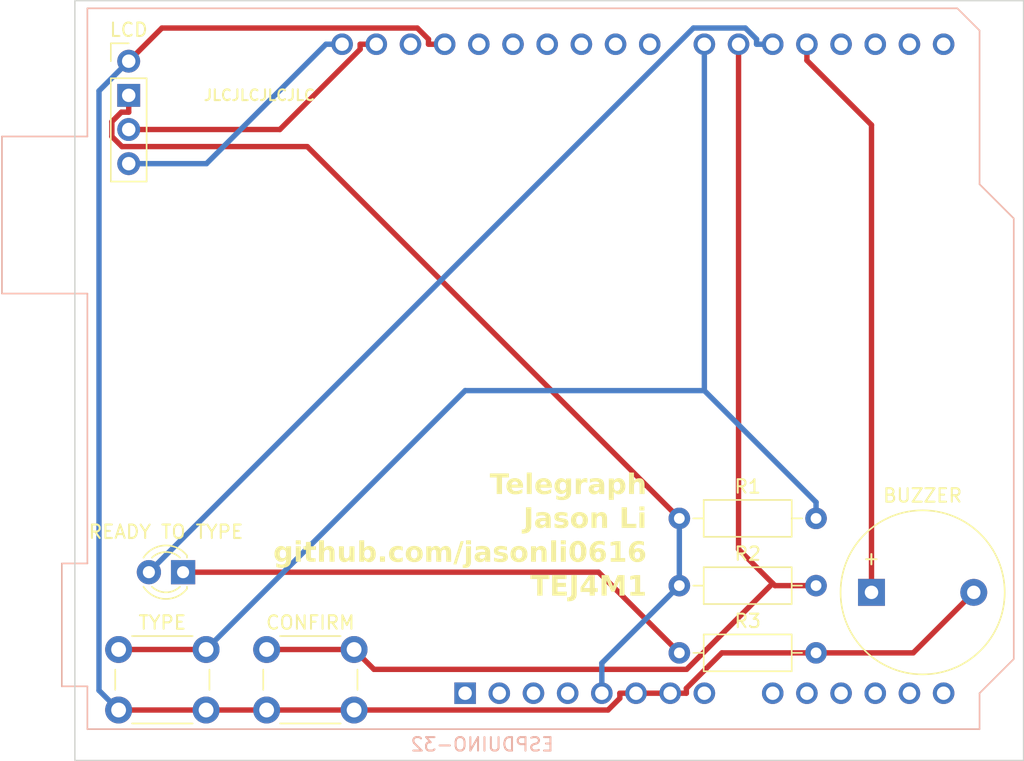
<source format=kicad_pcb>
(kicad_pcb (version 20221018) (generator pcbnew)
  (layers (0 "F.Cu" mixed) (31 "B.Cu" mixed) (34 "B.Paste" user) (35 "F.Paste" user) (36 "B.SilkS" user "B.Silkscreen") (37 "F.SilkS" user "F.Silkscreen") (38 "B.Mask" user) (39 "F.Mask" user) (44 "Edge.Cuts" user))
  (net 0 "")
  (net 5 "VCC")
  (net 6 "GND")
  (net 18 "Net-(A1-IO17)")
  (net 19 "Net-(A1-IO16)")
  (net 27 "Net-(A1-SDA)")
  (net 28 "Net-(A1-SCL)")
  (net 29 "Net-(D1-K)")
  (net 30 "Net-(A1-IO27)")
  (net 31 "Net-(A1-IO14)")
  (footprint "Resistor_THT:R_Axial_DIN0207_L6.3mm_D2.5mm_P10.16mm_Horizontal" (layer "F.Cu") (at 149.42 113)
    (fp_text reference "R3" (at 5.08 -2.37) (layer "F.SilkS"))
    (fp_text value "470")
    (fp_line (start 1.04 0) (end 1.81 0) (stroke (width 0.12)) (layer "F.SilkS"))
    (fp_line (start 1.81 -1.37) (end 1.81 1.37) (stroke (width 0.12)) (layer "F.SilkS"))
    (fp_line (start 1.81 1.37) (end 8.35 1.37) (stroke (width 0.12)) (layer "F.SilkS"))
    (fp_line (start 8.35 -1.37) (end 1.81 -1.37) (stroke (width 0.12)) (layer "F.SilkS"))
    (fp_line (start 8.35 1.37) (end 8.35 -1.37) (stroke (width 0.12)) (layer "F.SilkS"))
    (fp_line (start 9.12 0) (end 8.35 0) (stroke (width 0.12)) (layer "F.SilkS"))
    (pad "1" thru_hole circle (at 0 0) (size 1.6 1.6) (drill 0.8) (layers "*.Cu" "*.Mask") (net 29 "Net-(D1-K)"))
    (pad "2" thru_hole oval (at 10.16 0) (size 1.6 1.6) (drill 0.8) (layers "*.Cu" "*.Mask") (net 6 "GND"))
  )
  (footprint "Connector_PinHeader_2.54mm:PinHeader_1x04_P2.54mm_Vertical" (layer "F.Cu") (at 108.5 69)
    (fp_text reference "LCD" (at 0 -2.33) (layer "F.SilkS"))
    (fp_text value "PCF8574")
    (fp_line (start -1.33 -1.33) (end 0 -1.33) (stroke (width 0.12)) (layer "F.SilkS"))
    (fp_line (start -1.33 0) (end -1.33 -1.33) (stroke (width 0.12)) (layer "F.SilkS"))
    (fp_line (start -1.33 1.27) (end -1.33 8.95) (stroke (width 0.12)) (layer "F.SilkS"))
    (fp_line (start -1.33 1.27) (end 1.33 1.27) (stroke (width 0.12)) (layer "F.SilkS"))
    (fp_line (start -1.33 8.95) (end 1.33 8.95) (stroke (width 0.12)) (layer "F.SilkS"))
    (fp_line (start 1.33 1.27) (end 1.33 8.95) (stroke (width 0.12)) (layer "F.SilkS"))
    (pad "1" thru_hole circle (at 0 0) (size 1.7 1.7) (drill 1) (layers "*.Cu" "*.Mask") (net 6 "GND"))
    (pad "2" thru_hole rect (at 0 2.54) (size 1.7 1.7) (drill 1) (layers "*.Cu" "*.Mask") (net 5 "VCC"))
    (pad "3" thru_hole oval (at 0 5.08) (size 1.7 1.7) (drill 1) (layers "*.Cu" "*.Mask") (net 27 "Net-(A1-SDA)"))
    (pad "4" thru_hole oval (at 0 7.62) (size 1.7 1.7) (drill 1) (layers "*.Cu" "*.Mask") (net 28 "Net-(A1-SCL)"))
  )
  (footprint "Buzzer_Beeper:Buzzer_12x9.5RM7.6" (layer "F.Cu") (at 163.7 108.5)
    (fp_text reference "BUZZER" (at 3.8 -7.2) (layer "F.SilkS"))
    (fp_text value "Buzzer")
    (fp_text user "+" (at -0.01 -2.54) (layer "F.SilkS"))
    (fp_circle (center 3.8 0) (end 9.9 0) (stroke (width 0.12)) (fill none) (layer "F.SilkS"))
    (pad "1" thru_hole rect (at 0 0) (size 2 2) (drill 1) (layers "*.Cu" "*.Mask") (net 18 "Net-(A1-IO17)"))
    (pad "2" thru_hole circle (at 7.6 0) (size 2 2) (drill 1) (layers "*.Cu" "*.Mask") (net 6 "GND"))
  )
  (footprint "Resistor_THT:R_Axial_DIN0207_L6.3mm_D2.5mm_P10.16mm_Horizontal" (layer "F.Cu") (at 149.42 103)
    (fp_text reference "R1" (at 5.08 -2.37) (layer "F.SilkS"))
    (fp_text value "10K")
    (fp_line (start 1.04 0) (end 1.81 0) (stroke (width 0.12)) (layer "F.SilkS"))
    (fp_line (start 1.81 -1.37) (end 1.81 1.37) (stroke (width 0.12)) (layer "F.SilkS"))
    (fp_line (start 1.81 1.37) (end 8.35 1.37) (stroke (width 0.12)) (layer "F.SilkS"))
    (fp_line (start 8.35 -1.37) (end 1.81 -1.37) (stroke (width 0.12)) (layer "F.SilkS"))
    (fp_line (start 8.35 1.37) (end 8.35 -1.37) (stroke (width 0.12)) (layer "F.SilkS"))
    (fp_line (start 9.12 0) (end 8.35 0) (stroke (width 0.12)) (layer "F.SilkS"))
    (pad "1" thru_hole circle (at 0 0) (size 1.6 1.6) (drill 0.8) (layers "*.Cu" "*.Mask") (net 5 "VCC"))
    (pad "2" thru_hole oval (at 10.16 0) (size 1.6 1.6) (drill 0.8) (layers "*.Cu" "*.Mask") (net 31 "Net-(A1-IO14)"))
  )
  (footprint "Resistor_THT:R_Axial_DIN0207_L6.3mm_D2.5mm_P10.16mm_Horizontal" (layer "F.Cu") (at 149.42 108)
    (fp_text reference "R2" (at 5.08 -2.37) (layer "F.SilkS"))
    (fp_text value "10K")
    (fp_line (start 1.04 0) (end 1.81 0) (stroke (width 0.12)) (layer "F.SilkS"))
    (fp_line (start 1.81 -1.37) (end 1.81 1.37) (stroke (width 0.12)) (layer "F.SilkS"))
    (fp_line (start 1.81 1.37) (end 8.35 1.37) (stroke (width 0.12)) (layer "F.SilkS"))
    (fp_line (start 8.35 -1.37) (end 1.81 -1.37) (stroke (width 0.12)) (layer "F.SilkS"))
    (fp_line (start 8.35 1.37) (end 8.35 -1.37) (stroke (width 0.12)) (layer "F.SilkS"))
    (fp_line (start 9.12 0) (end 8.35 0) (stroke (width 0.12)) (layer "F.SilkS"))
    (pad "1" thru_hole circle (at 0 0) (size 1.6 1.6) (drill 0.8) (layers "*.Cu" "*.Mask") (net 5 "VCC"))
    (pad "2" thru_hole oval (at 10.16 0) (size 1.6 1.6) (drill 0.8) (layers "*.Cu" "*.Mask") (net 30 "Net-(A1-IO27)"))
  )
  (footprint "Button_Switch_THT:SW_PUSH_6mm" (layer "F.Cu") (at 118.75 112.75)
    (fp_text reference "CONFIRM" (at 3.25 -2) (layer "F.SilkS"))
    (fp_text value "SW_Push")
    (fp_line (start -0.25 1.5) (end -0.25 3) (stroke (width 0.12)) (layer "F.SilkS"))
    (fp_line (start 1 5.5) (end 5.5 5.5) (stroke (width 0.12)) (layer "F.SilkS"))
    (fp_line (start 5.5 -1) (end 1 -1) (stroke (width 0.12)) (layer "F.SilkS"))
    (fp_line (start 6.75 3) (end 6.75 1.5) (stroke (width 0.12)) (layer "F.SilkS"))
    (pad "1" thru_hole circle (at 0 0 90) (size 2 2) (drill 1.1) (layers "*.Cu" "*.Mask") (net 30 "Net-(A1-IO27)"))
    (pad "1" thru_hole circle (at 6.5 0 90) (size 2 2) (drill 1.1) (layers "*.Cu" "*.Mask") (net 30 "Net-(A1-IO27)"))
    (pad "2" thru_hole circle (at 0 4.5 90) (size 2 2) (drill 1.1) (layers "*.Cu" "*.Mask") (net 6 "GND"))
    (pad "2" thru_hole circle (at 6.5 4.5 90) (size 2 2) (drill 1.1) (layers "*.Cu" "*.Mask") (net 6 "GND"))
  )
  (footprint "LED_THT:LED_D3.0mm" (layer "F.Cu") (at 112.54 107 180)
    (fp_text reference "READY TO TYPE" (at 1.27 3) (layer "F.SilkS"))
    (fp_text value "LED")
    (fp_line (start -0.29 -1.236) (end -0.29 -1.08) (stroke (width 0.12)) (layer "F.SilkS"))
    (fp_line (start -0.29 1.08) (end -0.29 1.236) (stroke (width 0.12)) (layer "F.SilkS"))
    (fp_arc (start -0.29 -1.235516) (mid 1.366487 -1.987659) (end 2.942335 -1.078608) (stroke (width 0.12)) (layer "F.SilkS"))
    (fp_arc (start 0.229039 -1.08) (mid 1.270117 -1.5) (end 2.31113 -1.079837) (stroke (width 0.12)) (layer "F.SilkS"))
    (fp_arc (start 2.31113 1.079837) (mid 1.270117 1.5) (end 0.229039 1.08) (stroke (width 0.12)) (layer "F.SilkS"))
    (fp_arc (start 2.942335 1.078608) (mid 1.366487 1.987659) (end -0.29 1.235516) (stroke (width 0.12)) (layer "F.SilkS"))
    (pad "1" thru_hole rect (at 0 0 180) (size 1.8 1.8) (drill 0.9) (layers "*.Cu" "*.Mask") (net 29 "Net-(D1-K)"))
    (pad "2" thru_hole circle (at 2.54 0 180) (size 1.8 1.8) (drill 0.9) (layers "*.Cu" "*.Mask") (net 19 "Net-(A1-IO16)"))
  )
  (footprint "Button_Switch_THT:SW_PUSH_6mm" (layer "F.Cu") (at 107.75 112.75)
    (fp_text reference "TYPE" (at 3.25 -2) (layer "F.SilkS"))
    (fp_text value "SW_Push")
    (fp_line (start -0.25 1.5) (end -0.25 3) (stroke (width 0.12)) (layer "F.SilkS"))
    (fp_line (start 1 5.5) (end 5.5 5.5) (stroke (width 0.12)) (layer "F.SilkS"))
    (fp_line (start 5.5 -1) (end 1 -1) (stroke (width 0.12)) (layer "F.SilkS"))
    (fp_line (start 6.75 3) (end 6.75 1.5) (stroke (width 0.12)) (layer "F.SilkS"))
    (pad "1" thru_hole circle (at 0 0 90) (size 2 2) (drill 1.1) (layers "*.Cu" "*.Mask") (net 31 "Net-(A1-IO14)"))
    (pad "1" thru_hole circle (at 6.5 0 90) (size 2 2) (drill 1.1) (layers "*.Cu" "*.Mask") (net 31 "Net-(A1-IO14)"))
    (pad "2" thru_hole circle (at 0 4.5 90) (size 2 2) (drill 1.1) (layers "*.Cu" "*.Mask") (net 6 "GND"))
    (pad "2" thru_hole circle (at 6.5 4.5 90) (size 2 2) (drill 1.1) (layers "*.Cu" "*.Mask") (net 6 "GND"))
  )
  (footprint "WeMosD1R32:ESPDUINO-32" (layer "B.Cu") (at 133.5 116)
    (fp_text reference "ESPDUINO-32" (at 1.27 3.81 180) (layer "B.SilkS") (effects (justify mirror)))
    (fp_text value "ESPDUINO-32")
    (fp_line (start -34.42 -41.4) (end -28.07 -41.4) (stroke (width 0.12)) (layer "B.SilkS"))
    (fp_line (start -34.42 -29.72) (end -34.42 -41.4) (stroke (width 0.12)) (layer "B.SilkS"))
    (fp_line (start -29.97 -9.65) (end -28.07 -9.65) (stroke (width 0.12)) (layer "B.SilkS"))
    (fp_line (start -29.97 -0.51) (end -29.97 -9.65) (stroke (width 0.12)) (layer "B.SilkS"))
    (fp_line (start -28.07 -50.93) (end 36.58 -50.93) (stroke (width 0.12)) (layer "B.SilkS"))
    (fp_line (start -28.07 -41.4) (end -28.07 -50.93) (stroke (width 0.12)) (layer "B.SilkS"))
    (fp_line (start -28.07 -29.72) (end -34.42 -29.72) (stroke (width 0.12)) (layer "B.SilkS"))
    (fp_line (start -28.07 -9.65) (end -28.07 -29.72) (stroke (width 0.12)) (layer "B.SilkS"))
    (fp_line (start -28.07 -0.51) (end -29.97 -0.51) (stroke (width 0.12)) (layer "B.SilkS"))
    (fp_line (start -28.07 2.67) (end -28.07 -0.51) (stroke (width 0.12)) (layer "B.SilkS"))
    (fp_line (start 36.58 -50.93) (end 38.23 -49.28) (stroke (width 0.12)) (layer "B.SilkS"))
    (fp_line (start 38.23 -49.28) (end 38.23 -37.85) (stroke (width 0.12)) (layer "B.SilkS"))
    (fp_line (start 38.23 -37.85) (end 40.77 -35.31) (stroke (width 0.12)) (layer "B.SilkS"))
    (fp_line (start 38.23 0) (end 38.23 2.67) (stroke (width 0.12)) (layer "B.SilkS"))
    (fp_line (start 38.23 2.67) (end -28.07 2.67) (stroke (width 0.12)) (layer "B.SilkS"))
    (fp_line (start 40.77 -35.31) (end 40.77 -2.54) (stroke (width 0.12)) (layer "B.SilkS"))
    (fp_line (start 40.77 -2.54) (end 38.23 0) (stroke (width 0.12)) (layer "B.SilkS"))
    (pad "1" thru_hole rect (at 0 0 270) (size 1.6 1.6) (drill 1) (layers "*.Cu" "*.Mask"))
    (pad "2" thru_hole oval (at 2.54 0 270) (size 1.6 1.6) (drill 1) (layers "*.Cu" "*.Mask"))
    (pad "3" thru_hole oval (at 5.08 0 270) (size 1.6 1.6) (drill 1) (layers "*.Cu" "*.Mask"))
    (pad "4" thru_hole oval (at 7.62 0 270) (size 1.6 1.6) (drill 1) (layers "*.Cu" "*.Mask"))
    (pad "5" thru_hole oval (at 10.16 0 270) (size 1.6 1.6) (drill 1) (layers "*.Cu" "*.Mask") (net 5 "VCC"))
    (pad "6" thru_hole oval (at 12.7 0 270) (size 1.6 1.6) (drill 1) (layers "*.Cu" "*.Mask") (net 6 "GND"))
    (pad "7" thru_hole oval (at 15.24 0 270) (size 1.6 1.6) (drill 1) (layers "*.Cu" "*.Mask") (net 6 "GND"))
    (pad "8" thru_hole oval (at 17.78 0 270) (size 1.6 1.6) (drill 1) (layers "*.Cu" "*.Mask"))
    (pad "9" thru_hole oval (at 22.86 0 270) (size 1.6 1.6) (drill 1) (layers "*.Cu" "*.Mask"))
    (pad "10" thru_hole oval (at 25.4 0 270) (size 1.6 1.6) (drill 1) (layers "*.Cu" "*.Mask"))
    (pad "11" thru_hole oval (at 27.94 0 270) (size 1.6 1.6) (drill 1) (layers "*.Cu" "*.Mask"))
    (pad "12" thru_hole oval (at 30.48 0 270) (size 1.6 1.6) (drill 1) (layers "*.Cu" "*.Mask"))
    (pad "13" thru_hole oval (at 33.02 0 270) (size 1.6 1.6) (drill 1) (layers "*.Cu" "*.Mask"))
    (pad "14" thru_hole oval (at 35.56 0 270) (size 1.6 1.6) (drill 1) (layers "*.Cu" "*.Mask"))
    (pad "15" thru_hole oval (at 35.56 -48.26 270) (size 1.6 1.6) (drill 1) (layers "*.Cu" "*.Mask"))
    (pad "16" thru_hole oval (at 33.02 -48.26 270) (size 1.6 1.6) (drill 1) (layers "*.Cu" "*.Mask"))
    (pad "17" thru_hole oval (at 30.48 -48.26 270) (size 1.6 1.6) (drill 1) (layers "*.Cu" "*.Mask"))
    (pad "18" thru_hole oval (at 27.94 -48.26 270) (size 1.6 1.6) (drill 1) (layers "*.Cu" "*.Mask"))
    (pad "19" thru_hole oval (at 25.4 -48.26 270) (size 1.6 1.6) (drill 1) (layers "*.Cu" "*.Mask") (net 18 "Net-(A1-IO17)"))
    (pad "20" thru_hole oval (at 22.86 -48.26 270) (size 1.6 1.6) (drill 1) (layers "*.Cu" "*.Mask") (net 19 "Net-(A1-IO16)"))
    (pad "21" thru_hole oval (at 20.32 -48.26 270) (size 1.6 1.6) (drill 1) (layers "*.Cu" "*.Mask") (net 30 "Net-(A1-IO27)"))
    (pad "22" thru_hole oval (at 17.78 -48.26 270) (size 1.6 1.6) (drill 1) (layers "*.Cu" "*.Mask") (net 31 "Net-(A1-IO14)"))
    (pad "23" thru_hole oval (at 13.72 -48.26 270) (size 1.6 1.6) (drill 1) (layers "*.Cu" "*.Mask"))
    (pad "24" thru_hole oval (at 11.18 -48.26 270) (size 1.6 1.6) (drill 1) (layers "*.Cu" "*.Mask"))
    (pad "25" thru_hole oval (at 8.64 -48.26 270) (size 1.6 1.6) (drill 1) (layers "*.Cu" "*.Mask"))
    (pad "26" thru_hole oval (at 6.1 -48.26 270) (size 1.6 1.6) (drill 1) (layers "*.Cu" "*.Mask"))
    (pad "27" thru_hole oval (at 3.56 -48.26 270) (size 1.6 1.6) (drill 1) (layers "*.Cu" "*.Mask"))
    (pad "28" thru_hole oval (at 1.02 -48.26 270) (size 1.6 1.6) (drill 1) (layers "*.Cu" "*.Mask"))
    (pad "29" thru_hole oval (at -1.52 -48.26 270) (size 1.6 1.6) (drill 1) (layers "*.Cu" "*.Mask") (net 6 "GND"))
    (pad "30" thru_hole oval (at -4.06 -48.26 270) (size 1.6 1.6) (drill 1) (layers "*.Cu" "*.Mask"))
    (pad "31" thru_hole oval (at -6.6 -48.26 270) (size 1.6 1.6) (drill 1) (layers "*.Cu" "*.Mask") (net 27 "Net-(A1-SDA)"))
    (pad "32" thru_hole oval (at -9.14 -48.26 270) (size 1.6 1.6) (drill 1) (layers "*.Cu" "*.Mask") (net 28 "Net-(A1-SCL)"))
  )
  (gr_rect (start 104.5 64.5) (end 175 121) (stroke (width 0.1)) (fill none) (layer "Edge.Cuts"))
  (gr_text "Telegraph\nJason Li\ngithub.com/jasonli0616\nTEJ4M1" (at 147 109) (layer "F.SilkS") (effects (font (size 1.5 1.5) (thickness 0.3) bold) (justify right bottom)))
  (gr_text "JLCJLCJLCJLC" (at 114 72) (layer "F.SilkS") (effects (font (size 0.8 0.8)) (justify left bottom)))
  (segment (start 121.77 75.35) (end 107.9994 75.35) (width 0.4) (layer "F.Cu") (net 5))
  (segment (start 107.2481 73.496) (end 107.9522 72.7919) (width 0.4) (layer "F.Cu") (net 5))
  (segment (start 107.2481 74.5987) (end 107.2481 73.496) (width 0.4) (layer "F.Cu") (net 5))
  (segment (start 149.42 103) (end 121.77 75.35) (width 0.4) (layer "F.Cu") (net 5))
  (segment (start 107.9994 75.35) (end 107.2481 74.5987) (width 0.4) (layer "F.Cu") (net 5))
  (segment (start 107.9522 72.7919) (end 108.5 72.7919) (width 0.4) (layer "F.Cu") (net 5))
  (segment (start 108.5 71.54) (end 108.5 72.7919) (width 0.4) (layer "F.Cu") (net 5))
  (segment (start 143.66 113.76) (end 149.42 108) (width 0.4) (layer "B.Cu") (net 5))
  (segment (start 143.66 116) (end 143.66 113.76) (width 0.4) (layer "B.Cu") (net 5))
  (segment (start 149.42 108) (end 149.42 103) (width 0.4) (layer "B.Cu") (net 5))
  (segment (start 152.5802 113) (end 159.58 113) (width 0.4) (layer "F.Cu") (net 6))
  (segment (start 118.75 117.25) (end 125.25 117.25) (width 0.4) (layer "F.Cu") (net 6))
  (segment (start 114.25 117.25) (end 118.75 117.25) (width 0.4) (layer "F.Cu") (net 6))
  (segment (start 144.1217 117.25) (end 144.9981 116.3736) (width 0.4) (layer "F.Cu") (net 6))
  (segment (start 131.98 67.74) (end 130.7781 67.74) (width 0.4) (layer "F.Cu") (net 6))
  (segment (start 110.9646 66.5354) (end 108.5 69) (width 0.4) (layer "F.Cu") (net 6))
  (segment (start 166.8 113) (end 159.58 113) (width 0.4) (layer "F.Cu") (net 6))
  (segment (start 129.9491 66.5354) (end 110.9646 66.5354) (width 0.4) (layer "F.Cu") (net 6))
  (segment (start 144.9981 116.3736) (end 144.9981 116) (width 0.4) (layer "F.Cu") (net 6))
  (segment (start 146.2 116) (end 144.9981 116) (width 0.4) (layer "F.Cu") (net 6))
  (segment (start 149.9419 115.6383) (end 152.5802 113) (width 0.4) (layer "F.Cu") (net 6))
  (segment (start 171.3 108.5) (end 166.8 113) (width 0.4) (layer "F.Cu") (net 6))
  (segment (start 148.74 116) (end 149.9419 116) (width 0.4) (layer "F.Cu") (net 6))
  (segment (start 125.25 117.25) (end 144.1217 117.25) (width 0.4) (layer "F.Cu") (net 6))
  (segment (start 107.75 117.25) (end 114.25 117.25) (width 0.4) (layer "F.Cu") (net 6))
  (segment (start 146.2 116) (end 148.74 116) (width 0.4) (layer "F.Cu") (net 6))
  (segment (start 130.7781 67.74) (end 130.7781 67.3644) (width 0.4) (layer "F.Cu") (net 6))
  (segment (start 130.7781 67.3644) (end 129.9491 66.5354) (width 0.4) (layer "F.Cu") (net 6))
  (segment (start 149.9419 116) (end 149.9419 115.6383) (width 0.4) (layer "F.Cu") (net 6))
  (segment (start 106.2923 71.2077) (end 106.2923 115.7923) (width 0.4) (layer "B.Cu") (net 6))
  (segment (start 106.2923 115.7923) (end 107.75 117.25) (width 0.4) (layer "B.Cu") (net 6))
  (segment (start 108.5 69) (end 106.2923 71.2077) (width 0.4) (layer "B.Cu") (net 6))
  (segment (start 158.9 67.74) (end 158.9 68.9419) (width 0.4) (layer "F.Cu") (net 18))
  (segment (start 158.9 68.9419) (end 163.7 73.7419) (width 0.4) (layer "F.Cu") (net 18))
  (segment (start 163.7 73.7419) (end 163.7 108.5) (width 0.4) (layer "F.Cu") (net 18))
  (segment (start 154.3274 66.5337) (end 150.4663 66.5337) (width 0.4) (layer "B.Cu") (net 19))
  (segment (start 155.1581 67.3644) (end 154.3274 66.5337) (width 0.4) (layer "B.Cu") (net 19))
  (segment (start 156.36 67.74) (end 155.1581 67.74) (width 0.4) (layer "B.Cu") (net 19))
  (segment (start 155.1581 67.74) (end 155.1581 67.3644) (width 0.4) (layer "B.Cu") (net 19))
  (segment (start 150.4663 66.5337) (end 110 107) (width 0.4) (layer "B.Cu") (net 19))
  (segment (start 126.9 67.74) (end 125.6981 67.74) (width 0.4) (layer "F.Cu") (net 27))
  (segment (start 125.6981 67.74) (end 125.6981 68.1156) (width 0.4) (layer "F.Cu") (net 27))
  (segment (start 119.7337 74.08) (end 108.5 74.08) (width 0.4) (layer "F.Cu") (net 27))
  (segment (start 125.6981 68.1156) (end 119.7337 74.08) (width 0.4) (layer "F.Cu") (net 27))
  (segment (start 124.36 67.74) (end 123.1581 67.74) (width 0.4) (layer "B.Cu") (net 28))
  (segment (start 123.1581 67.74) (end 114.2781 76.62) (width 0.4) (layer "B.Cu") (net 28))
  (segment (start 114.2781 76.62) (end 108.5 76.62) (width 0.4) (layer "B.Cu") (net 28))
  (segment (start 143.42 107) (end 149.42 113) (width 0.4) (layer "F.Cu") (net 29))
  (segment (start 112.54 107) (end 143.42 107) (width 0.4) (layer "F.Cu") (net 29))
  (segment (start 156.3581 107.8308) (end 149.9626 114.2263) (width 0.4) (layer "F.Cu") (net 30))
  (segment (start 156.3581 107.8308) (end 156.5273 108) (width 0.4) (layer "F.Cu") (net 30))
  (segment (start 118.75 112.75) (end 125.25 112.75) (width 0.4) (layer "F.Cu") (net 30))
  (segment (start 149.9626 114.2263) (end 126.7263 114.2263) (width 0.4) (layer "F.Cu") (net 30))
  (segment (start 126.7263 114.2263) (end 125.25 112.75) (width 0.4) (layer "F.Cu") (net 30))
  (segment (start 156.5273 108) (end 159.58 108) (width 0.4) (layer "F.Cu") (net 30))
  (segment (start 153.82 67.74) (end 153.82 105.2927) (width 0.4) (layer "F.Cu") (net 30))
  (segment (start 153.82 105.2927) (end 156.3581 107.8308) (width 0.4) (layer "F.Cu") (net 30))
  (segment (start 107.75 112.75) (end 114.25 112.75) (width 0.4) (layer "F.Cu") (net 31))
  (segment (start 159.58 103) (end 159.58 101.7981) (width 0.4) (layer "B.Cu") (net 31))
  (segment (start 151.28 93.4981) (end 133.5019 93.4981) (width 0.4) (layer "B.Cu") (net 31))
  (segment (start 151.28 93.4981) (end 159.58 101.7981) (width 0.4) (layer "B.Cu") (net 31))
  (segment (start 133.5019 93.4981) (end 114.25 112.75) (width 0.4) (layer "B.Cu") (net 31))
  (segment (start 151.28 67.74) (end 151.28 93.4981) (width 0.4) (layer "B.Cu") (net 31))
)
</source>
